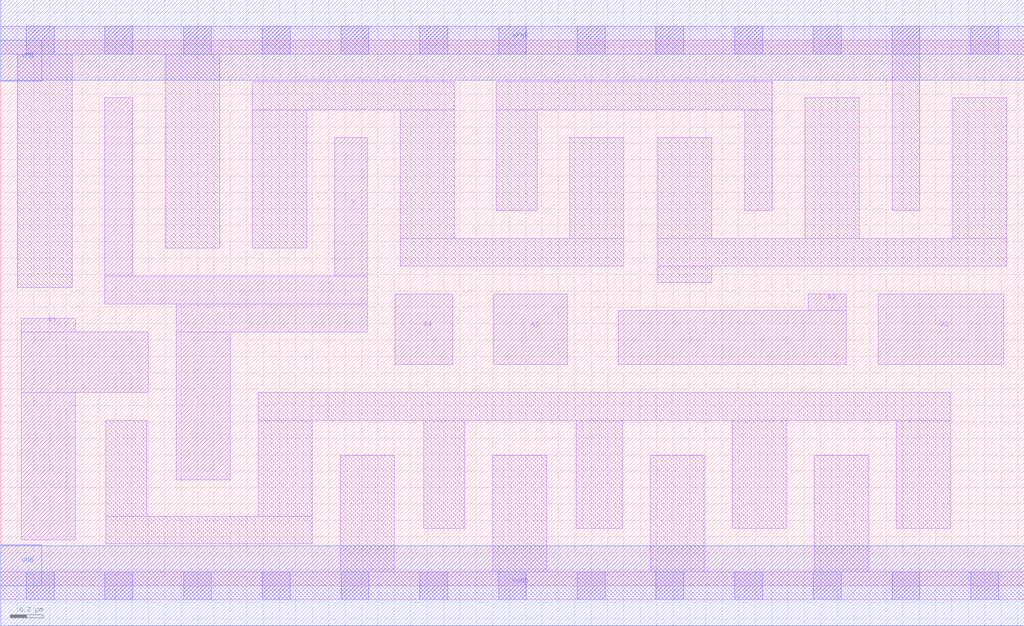
<source format=lef>
# Copyright 2020 The SkyWater PDK Authors
#
# Licensed under the Apache License, Version 2.0 (the "License");
# you may not use this file except in compliance with the License.
# You may obtain a copy of the License at
#
#     https://www.apache.org/licenses/LICENSE-2.0
#
# Unless required by applicable law or agreed to in writing, software
# distributed under the License is distributed on an "AS IS" BASIS,
# WITHOUT WARRANTIES OR CONDITIONS OF ANY KIND, either express or implied.
# See the License for the specific language governing permissions and
# limitations under the License.
#
# SPDX-License-Identifier: Apache-2.0

VERSION 5.5 ;
NAMESCASESENSITIVE ON ;
BUSBITCHARS "[]" ;
DIVIDERCHAR "/" ;
MACRO sky130_fd_sc_hs__o41ai_2
  CLASS CORE ;
  SOURCE USER ;
  ORIGIN  0.000000  0.000000 ;
  SIZE  6.240000 BY  3.330000 ;
  SYMMETRY X Y ;
  SITE unit ;
  PIN A1
    ANTENNAGATEAREA  0.558000 ;
    DIRECTION INPUT ;
    USE SIGNAL ;
    PORT
      LAYER li1 ;
        RECT 5.350000 1.350000 6.115000 1.780000 ;
    END
  END A1
  PIN A2
    ANTENNAGATEAREA  0.558000 ;
    DIRECTION INPUT ;
    USE SIGNAL ;
    PORT
      LAYER li1 ;
        RECT 3.765000 1.350000 5.155000 1.680000 ;
        RECT 4.925000 1.680000 5.155000 1.780000 ;
    END
  END A2
  PIN A3
    ANTENNAGATEAREA  0.558000 ;
    DIRECTION INPUT ;
    USE SIGNAL ;
    PORT
      LAYER li1 ;
        RECT 3.005000 1.350000 3.455000 1.780000 ;
    END
  END A3
  PIN A4
    ANTENNAGATEAREA  0.558000 ;
    DIRECTION INPUT ;
    USE SIGNAL ;
    PORT
      LAYER li1 ;
        RECT 2.405000 1.350000 2.755000 1.780000 ;
    END
  END A4
  PIN B1
    ANTENNAGATEAREA  0.558000 ;
    DIRECTION INPUT ;
    USE SIGNAL ;
    PORT
      LAYER li1 ;
        RECT 0.125000 0.280000 0.455000 1.180000 ;
        RECT 0.125000 1.180000 0.900000 1.550000 ;
        RECT 0.125000 1.550000 0.455000 1.630000 ;
    END
  END B1
  PIN Y
    ANTENNADIFFAREA  0.879200 ;
    DIRECTION OUTPUT ;
    USE SIGNAL ;
    PORT
      LAYER li1 ;
        RECT 0.635000 1.720000 2.235000 1.890000 ;
        RECT 0.635000 1.890000 0.805000 2.980000 ;
        RECT 1.070000 0.645000 1.400000 1.550000 ;
        RECT 1.070000 1.550000 2.235000 1.720000 ;
        RECT 2.035000 1.890000 2.235000 2.735000 ;
    END
  END Y
  PIN VGND
    DIRECTION INOUT ;
    USE GROUND ;
    PORT
      LAYER met1 ;
        RECT 0.000000 -0.245000 6.240000 0.245000 ;
    END
  END VGND
  PIN VNB
    DIRECTION INOUT ;
    USE GROUND ;
    PORT
    END
  END VNB
  PIN VPB
    DIRECTION INOUT ;
    USE POWER ;
    PORT
    END
  END VPB
  PIN VNB
    DIRECTION INOUT ;
    USE GROUND ;
    PORT
      LAYER met1 ;
        RECT 0.000000 0.000000 0.250000 0.250000 ;
    END
  END VNB
  PIN VPB
    DIRECTION INOUT ;
    USE POWER ;
    PORT
      LAYER met1 ;
        RECT 0.000000 3.080000 0.250000 3.330000 ;
    END
  END VPB
  PIN VPWR
    DIRECTION INOUT ;
    USE POWER ;
    PORT
      LAYER met1 ;
        RECT 0.000000 3.085000 6.240000 3.575000 ;
    END
  END VPWR
  OBS
    LAYER li1 ;
      RECT 0.000000 -0.085000 6.240000 0.085000 ;
      RECT 0.000000  3.245000 6.240000 3.415000 ;
      RECT 0.105000  1.820000 0.435000 3.245000 ;
      RECT 0.640000  0.255000 1.900000 0.425000 ;
      RECT 0.640000  0.425000 0.890000 1.010000 ;
      RECT 1.005000  2.060000 1.335000 3.245000 ;
      RECT 1.535000  2.060000 1.865000 2.905000 ;
      RECT 1.535000  2.905000 2.765000 3.075000 ;
      RECT 1.570000  0.425000 1.900000 1.010000 ;
      RECT 1.570000  1.010000 5.790000 1.180000 ;
      RECT 2.070000  0.085000 2.400000 0.795000 ;
      RECT 2.435000  1.950000 3.800000 2.120000 ;
      RECT 2.435000  2.120000 2.765000 2.905000 ;
      RECT 2.580000  0.350000 2.830000 1.010000 ;
      RECT 3.000000  0.085000 3.330000 0.795000 ;
      RECT 3.020000  2.290000 3.270000 2.905000 ;
      RECT 3.020000  2.905000 4.705000 3.075000 ;
      RECT 3.470000  2.120000 3.800000 2.735000 ;
      RECT 3.510000  0.350000 3.790000 1.010000 ;
      RECT 3.960000  0.085000 4.290000 0.795000 ;
      RECT 4.005000  1.850000 4.335000 1.950000 ;
      RECT 4.005000  1.950000 6.135000 2.120000 ;
      RECT 4.005000  2.120000 4.335000 2.735000 ;
      RECT 4.460000  0.350000 4.790000 1.010000 ;
      RECT 4.535000  2.290000 4.705000 2.905000 ;
      RECT 4.905000  2.120000 5.235000 2.980000 ;
      RECT 4.960000  0.085000 5.290000 0.795000 ;
      RECT 5.435000  2.290000 5.605000 3.245000 ;
      RECT 5.460000  0.350000 5.790000 1.010000 ;
      RECT 5.805000  2.120000 6.135000 2.980000 ;
    LAYER mcon ;
      RECT 0.155000 -0.085000 0.325000 0.085000 ;
      RECT 0.155000  3.245000 0.325000 3.415000 ;
      RECT 0.635000 -0.085000 0.805000 0.085000 ;
      RECT 0.635000  3.245000 0.805000 3.415000 ;
      RECT 1.115000 -0.085000 1.285000 0.085000 ;
      RECT 1.115000  3.245000 1.285000 3.415000 ;
      RECT 1.595000 -0.085000 1.765000 0.085000 ;
      RECT 1.595000  3.245000 1.765000 3.415000 ;
      RECT 2.075000 -0.085000 2.245000 0.085000 ;
      RECT 2.075000  3.245000 2.245000 3.415000 ;
      RECT 2.555000 -0.085000 2.725000 0.085000 ;
      RECT 2.555000  3.245000 2.725000 3.415000 ;
      RECT 3.035000 -0.085000 3.205000 0.085000 ;
      RECT 3.035000  3.245000 3.205000 3.415000 ;
      RECT 3.515000 -0.085000 3.685000 0.085000 ;
      RECT 3.515000  3.245000 3.685000 3.415000 ;
      RECT 3.995000 -0.085000 4.165000 0.085000 ;
      RECT 3.995000  3.245000 4.165000 3.415000 ;
      RECT 4.475000 -0.085000 4.645000 0.085000 ;
      RECT 4.475000  3.245000 4.645000 3.415000 ;
      RECT 4.955000 -0.085000 5.125000 0.085000 ;
      RECT 4.955000  3.245000 5.125000 3.415000 ;
      RECT 5.435000 -0.085000 5.605000 0.085000 ;
      RECT 5.435000  3.245000 5.605000 3.415000 ;
      RECT 5.915000 -0.085000 6.085000 0.085000 ;
      RECT 5.915000  3.245000 6.085000 3.415000 ;
  END
END sky130_fd_sc_hs__o41ai_2
END LIBRARY

</source>
